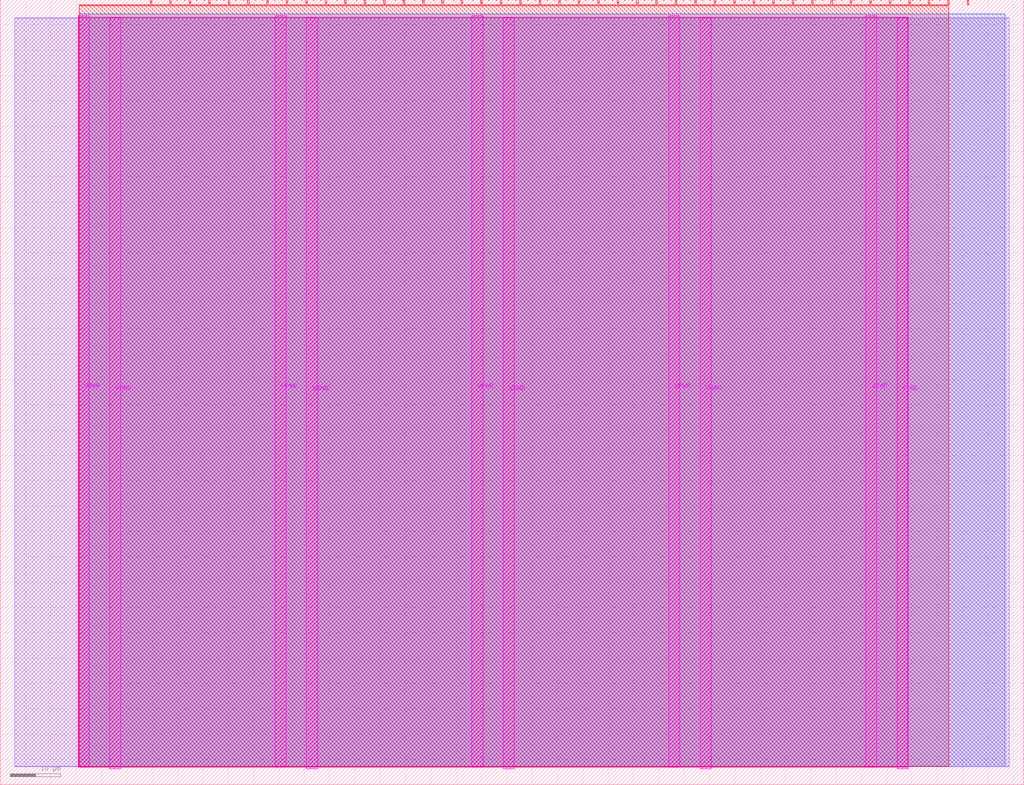
<source format=lef>
VERSION 5.7 ;
  NOWIREEXTENSIONATPIN ON ;
  DIVIDERCHAR "/" ;
  BUSBITCHARS "[]" ;
MACRO tt_um_vga_example
  CLASS BLOCK ;
  FOREIGN tt_um_vga_example ;
  ORIGIN 0.000 0.000 ;
  SIZE 202.080 BY 154.980 ;
  PIN VGND
    DIRECTION INOUT ;
    USE GROUND ;
    PORT
      LAYER TopMetal1 ;
        RECT 21.580 3.150 23.780 151.420 ;
    END
    PORT
      LAYER TopMetal1 ;
        RECT 60.450 3.150 62.650 151.420 ;
    END
    PORT
      LAYER TopMetal1 ;
        RECT 99.320 3.150 101.520 151.420 ;
    END
    PORT
      LAYER TopMetal1 ;
        RECT 138.190 3.150 140.390 151.420 ;
    END
    PORT
      LAYER TopMetal1 ;
        RECT 177.060 3.150 179.260 151.420 ;
    END
  END VGND
  PIN VPWR
    DIRECTION INOUT ;
    USE POWER ;
    PORT
      LAYER TopMetal1 ;
        RECT 15.380 3.560 17.580 151.830 ;
    END
    PORT
      LAYER TopMetal1 ;
        RECT 54.250 3.560 56.450 151.830 ;
    END
    PORT
      LAYER TopMetal1 ;
        RECT 93.120 3.560 95.320 151.830 ;
    END
    PORT
      LAYER TopMetal1 ;
        RECT 131.990 3.560 134.190 151.830 ;
    END
    PORT
      LAYER TopMetal1 ;
        RECT 170.860 3.560 173.060 151.830 ;
    END
  END VPWR
  PIN clk
    DIRECTION INPUT ;
    USE SIGNAL ;
    ANTENNAGATEAREA 0.725400 ;
    PORT
      LAYER Metal4 ;
        RECT 187.050 153.980 187.350 154.980 ;
    END
  END clk
  PIN ena
    DIRECTION INPUT ;
    USE SIGNAL ;
    PORT
      LAYER Metal4 ;
        RECT 190.890 153.980 191.190 154.980 ;
    END
  END ena
  PIN rst_n
    DIRECTION INPUT ;
    USE SIGNAL ;
    ANTENNAGATEAREA 2.176200 ;
    PORT
      LAYER Metal4 ;
        RECT 183.210 153.980 183.510 154.980 ;
    END
  END rst_n
  PIN ui_in[0]
    DIRECTION INPUT ;
    USE SIGNAL ;
    ANTENNAGATEAREA 0.180700 ;
    PORT
      LAYER Metal4 ;
        RECT 179.370 153.980 179.670 154.980 ;
    END
  END ui_in[0]
  PIN ui_in[1]
    DIRECTION INPUT ;
    USE SIGNAL ;
    ANTENNAGATEAREA 0.180700 ;
    PORT
      LAYER Metal4 ;
        RECT 175.530 153.980 175.830 154.980 ;
    END
  END ui_in[1]
  PIN ui_in[2]
    DIRECTION INPUT ;
    USE SIGNAL ;
    ANTENNAGATEAREA 0.180700 ;
    PORT
      LAYER Metal4 ;
        RECT 171.690 153.980 171.990 154.980 ;
    END
  END ui_in[2]
  PIN ui_in[3]
    DIRECTION INPUT ;
    USE SIGNAL ;
    ANTENNAGATEAREA 0.180700 ;
    PORT
      LAYER Metal4 ;
        RECT 167.850 153.980 168.150 154.980 ;
    END
  END ui_in[3]
  PIN ui_in[4]
    DIRECTION INPUT ;
    USE SIGNAL ;
    ANTENNAGATEAREA 0.213200 ;
    PORT
      LAYER Metal4 ;
        RECT 164.010 153.980 164.310 154.980 ;
    END
  END ui_in[4]
  PIN ui_in[5]
    DIRECTION INPUT ;
    USE SIGNAL ;
    ANTENNAGATEAREA 0.213200 ;
    PORT
      LAYER Metal4 ;
        RECT 160.170 153.980 160.470 154.980 ;
    END
  END ui_in[5]
  PIN ui_in[6]
    DIRECTION INPUT ;
    USE SIGNAL ;
    ANTENNAGATEAREA 0.213200 ;
    PORT
      LAYER Metal4 ;
        RECT 156.330 153.980 156.630 154.980 ;
    END
  END ui_in[6]
  PIN ui_in[7]
    DIRECTION INPUT ;
    USE SIGNAL ;
    ANTENNAGATEAREA 0.213200 ;
    PORT
      LAYER Metal4 ;
        RECT 152.490 153.980 152.790 154.980 ;
    END
  END ui_in[7]
  PIN uio_in[0]
    DIRECTION INPUT ;
    USE SIGNAL ;
    PORT
      LAYER Metal4 ;
        RECT 148.650 153.980 148.950 154.980 ;
    END
  END uio_in[0]
  PIN uio_in[1]
    DIRECTION INPUT ;
    USE SIGNAL ;
    PORT
      LAYER Metal4 ;
        RECT 144.810 153.980 145.110 154.980 ;
    END
  END uio_in[1]
  PIN uio_in[2]
    DIRECTION INPUT ;
    USE SIGNAL ;
    PORT
      LAYER Metal4 ;
        RECT 140.970 153.980 141.270 154.980 ;
    END
  END uio_in[2]
  PIN uio_in[3]
    DIRECTION INPUT ;
    USE SIGNAL ;
    PORT
      LAYER Metal4 ;
        RECT 137.130 153.980 137.430 154.980 ;
    END
  END uio_in[3]
  PIN uio_in[4]
    DIRECTION INPUT ;
    USE SIGNAL ;
    PORT
      LAYER Metal4 ;
        RECT 133.290 153.980 133.590 154.980 ;
    END
  END uio_in[4]
  PIN uio_in[5]
    DIRECTION INPUT ;
    USE SIGNAL ;
    PORT
      LAYER Metal4 ;
        RECT 129.450 153.980 129.750 154.980 ;
    END
  END uio_in[5]
  PIN uio_in[6]
    DIRECTION INPUT ;
    USE SIGNAL ;
    PORT
      LAYER Metal4 ;
        RECT 125.610 153.980 125.910 154.980 ;
    END
  END uio_in[6]
  PIN uio_in[7]
    DIRECTION INPUT ;
    USE SIGNAL ;
    PORT
      LAYER Metal4 ;
        RECT 121.770 153.980 122.070 154.980 ;
    END
  END uio_in[7]
  PIN uio_oe[0]
    DIRECTION OUTPUT ;
    USE SIGNAL ;
    ANTENNADIFFAREA 0.299200 ;
    PORT
      LAYER Metal4 ;
        RECT 56.490 153.980 56.790 154.980 ;
    END
  END uio_oe[0]
  PIN uio_oe[1]
    DIRECTION OUTPUT ;
    USE SIGNAL ;
    ANTENNADIFFAREA 0.299200 ;
    PORT
      LAYER Metal4 ;
        RECT 52.650 153.980 52.950 154.980 ;
    END
  END uio_oe[1]
  PIN uio_oe[2]
    DIRECTION OUTPUT ;
    USE SIGNAL ;
    ANTENNADIFFAREA 0.299200 ;
    PORT
      LAYER Metal4 ;
        RECT 48.810 153.980 49.110 154.980 ;
    END
  END uio_oe[2]
  PIN uio_oe[3]
    DIRECTION OUTPUT ;
    USE SIGNAL ;
    ANTENNADIFFAREA 0.299200 ;
    PORT
      LAYER Metal4 ;
        RECT 44.970 153.980 45.270 154.980 ;
    END
  END uio_oe[3]
  PIN uio_oe[4]
    DIRECTION OUTPUT ;
    USE SIGNAL ;
    ANTENNADIFFAREA 0.299200 ;
    PORT
      LAYER Metal4 ;
        RECT 41.130 153.980 41.430 154.980 ;
    END
  END uio_oe[4]
  PIN uio_oe[5]
    DIRECTION OUTPUT ;
    USE SIGNAL ;
    ANTENNADIFFAREA 0.299200 ;
    PORT
      LAYER Metal4 ;
        RECT 37.290 153.980 37.590 154.980 ;
    END
  END uio_oe[5]
  PIN uio_oe[6]
    DIRECTION OUTPUT ;
    USE SIGNAL ;
    ANTENNADIFFAREA 0.299200 ;
    PORT
      LAYER Metal4 ;
        RECT 33.450 153.980 33.750 154.980 ;
    END
  END uio_oe[6]
  PIN uio_oe[7]
    DIRECTION OUTPUT ;
    USE SIGNAL ;
    ANTENNADIFFAREA 0.299200 ;
    PORT
      LAYER Metal4 ;
        RECT 29.610 153.980 29.910 154.980 ;
    END
  END uio_oe[7]
  PIN uio_out[0]
    DIRECTION OUTPUT ;
    USE SIGNAL ;
    ANTENNADIFFAREA 0.299200 ;
    PORT
      LAYER Metal4 ;
        RECT 87.210 153.980 87.510 154.980 ;
    END
  END uio_out[0]
  PIN uio_out[1]
    DIRECTION OUTPUT ;
    USE SIGNAL ;
    ANTENNADIFFAREA 0.299200 ;
    PORT
      LAYER Metal4 ;
        RECT 83.370 153.980 83.670 154.980 ;
    END
  END uio_out[1]
  PIN uio_out[2]
    DIRECTION OUTPUT ;
    USE SIGNAL ;
    ANTENNADIFFAREA 0.299200 ;
    PORT
      LAYER Metal4 ;
        RECT 79.530 153.980 79.830 154.980 ;
    END
  END uio_out[2]
  PIN uio_out[3]
    DIRECTION OUTPUT ;
    USE SIGNAL ;
    ANTENNADIFFAREA 0.299200 ;
    PORT
      LAYER Metal4 ;
        RECT 75.690 153.980 75.990 154.980 ;
    END
  END uio_out[3]
  PIN uio_out[4]
    DIRECTION OUTPUT ;
    USE SIGNAL ;
    ANTENNADIFFAREA 0.299200 ;
    PORT
      LAYER Metal4 ;
        RECT 71.850 153.980 72.150 154.980 ;
    END
  END uio_out[4]
  PIN uio_out[5]
    DIRECTION OUTPUT ;
    USE SIGNAL ;
    ANTENNADIFFAREA 0.299200 ;
    PORT
      LAYER Metal4 ;
        RECT 68.010 153.980 68.310 154.980 ;
    END
  END uio_out[5]
  PIN uio_out[6]
    DIRECTION OUTPUT ;
    USE SIGNAL ;
    ANTENNADIFFAREA 0.299200 ;
    PORT
      LAYER Metal4 ;
        RECT 64.170 153.980 64.470 154.980 ;
    END
  END uio_out[6]
  PIN uio_out[7]
    DIRECTION OUTPUT ;
    USE SIGNAL ;
    ANTENNADIFFAREA 0.299200 ;
    PORT
      LAYER Metal4 ;
        RECT 60.330 153.980 60.630 154.980 ;
    END
  END uio_out[7]
  PIN uo_out[0]
    DIRECTION OUTPUT ;
    USE SIGNAL ;
    ANTENNADIFFAREA 0.708600 ;
    PORT
      LAYER Metal4 ;
        RECT 117.930 153.980 118.230 154.980 ;
    END
  END uo_out[0]
  PIN uo_out[1]
    DIRECTION OUTPUT ;
    USE SIGNAL ;
    ANTENNADIFFAREA 0.708600 ;
    PORT
      LAYER Metal4 ;
        RECT 114.090 153.980 114.390 154.980 ;
    END
  END uo_out[1]
  PIN uo_out[2]
    DIRECTION OUTPUT ;
    USE SIGNAL ;
    ANTENNADIFFAREA 0.708600 ;
    PORT
      LAYER Metal4 ;
        RECT 110.250 153.980 110.550 154.980 ;
    END
  END uo_out[2]
  PIN uo_out[3]
    DIRECTION OUTPUT ;
    USE SIGNAL ;
    ANTENNADIFFAREA 0.708600 ;
    PORT
      LAYER Metal4 ;
        RECT 106.410 153.980 106.710 154.980 ;
    END
  END uo_out[3]
  PIN uo_out[4]
    DIRECTION OUTPUT ;
    USE SIGNAL ;
    ANTENNADIFFAREA 0.708600 ;
    PORT
      LAYER Metal4 ;
        RECT 102.570 153.980 102.870 154.980 ;
    END
  END uo_out[4]
  PIN uo_out[5]
    DIRECTION OUTPUT ;
    USE SIGNAL ;
    ANTENNAGATEAREA 0.180700 ;
    ANTENNADIFFAREA 0.706800 ;
    PORT
      LAYER Metal4 ;
        RECT 98.730 153.980 99.030 154.980 ;
    END
  END uo_out[5]
  PIN uo_out[6]
    DIRECTION OUTPUT ;
    USE SIGNAL ;
    ANTENNAGATEAREA 0.768300 ;
    ANTENNADIFFAREA 0.988000 ;
    PORT
      LAYER Metal4 ;
        RECT 94.890 153.980 95.190 154.980 ;
    END
  END uo_out[6]
  PIN uo_out[7]
    DIRECTION OUTPUT ;
    USE SIGNAL ;
    ANTENNADIFFAREA 0.708600 ;
    PORT
      LAYER Metal4 ;
        RECT 91.050 153.980 91.350 154.980 ;
    END
  END uo_out[7]
  OBS
      LAYER GatPoly ;
        RECT 2.880 3.630 199.200 151.350 ;
      LAYER Metal1 ;
        RECT 2.880 3.560 199.200 151.420 ;
      LAYER Metal2 ;
        RECT 15.560 3.635 198.345 152.185 ;
      LAYER Metal3 ;
        RECT 15.515 3.680 198.385 152.145 ;
      LAYER Metal4 ;
        RECT 15.560 153.770 29.400 153.980 ;
        RECT 30.120 153.770 33.240 153.980 ;
        RECT 33.960 153.770 37.080 153.980 ;
        RECT 37.800 153.770 40.920 153.980 ;
        RECT 41.640 153.770 44.760 153.980 ;
        RECT 45.480 153.770 48.600 153.980 ;
        RECT 49.320 153.770 52.440 153.980 ;
        RECT 53.160 153.770 56.280 153.980 ;
        RECT 57.000 153.770 60.120 153.980 ;
        RECT 60.840 153.770 63.960 153.980 ;
        RECT 64.680 153.770 67.800 153.980 ;
        RECT 68.520 153.770 71.640 153.980 ;
        RECT 72.360 153.770 75.480 153.980 ;
        RECT 76.200 153.770 79.320 153.980 ;
        RECT 80.040 153.770 83.160 153.980 ;
        RECT 83.880 153.770 87.000 153.980 ;
        RECT 87.720 153.770 90.840 153.980 ;
        RECT 91.560 153.770 94.680 153.980 ;
        RECT 95.400 153.770 98.520 153.980 ;
        RECT 99.240 153.770 102.360 153.980 ;
        RECT 103.080 153.770 106.200 153.980 ;
        RECT 106.920 153.770 110.040 153.980 ;
        RECT 110.760 153.770 113.880 153.980 ;
        RECT 114.600 153.770 117.720 153.980 ;
        RECT 118.440 153.770 121.560 153.980 ;
        RECT 122.280 153.770 125.400 153.980 ;
        RECT 126.120 153.770 129.240 153.980 ;
        RECT 129.960 153.770 133.080 153.980 ;
        RECT 133.800 153.770 136.920 153.980 ;
        RECT 137.640 153.770 140.760 153.980 ;
        RECT 141.480 153.770 144.600 153.980 ;
        RECT 145.320 153.770 148.440 153.980 ;
        RECT 149.160 153.770 152.280 153.980 ;
        RECT 153.000 153.770 156.120 153.980 ;
        RECT 156.840 153.770 159.960 153.980 ;
        RECT 160.680 153.770 163.800 153.980 ;
        RECT 164.520 153.770 167.640 153.980 ;
        RECT 168.360 153.770 171.480 153.980 ;
        RECT 172.200 153.770 175.320 153.980 ;
        RECT 176.040 153.770 179.160 153.980 ;
        RECT 179.880 153.770 183.000 153.980 ;
        RECT 183.720 153.770 186.840 153.980 ;
        RECT 15.560 3.635 187.300 153.770 ;
      LAYER Metal5 ;
        RECT 15.515 3.470 179.125 151.510 ;
  END
END tt_um_vga_example
END LIBRARY


</source>
